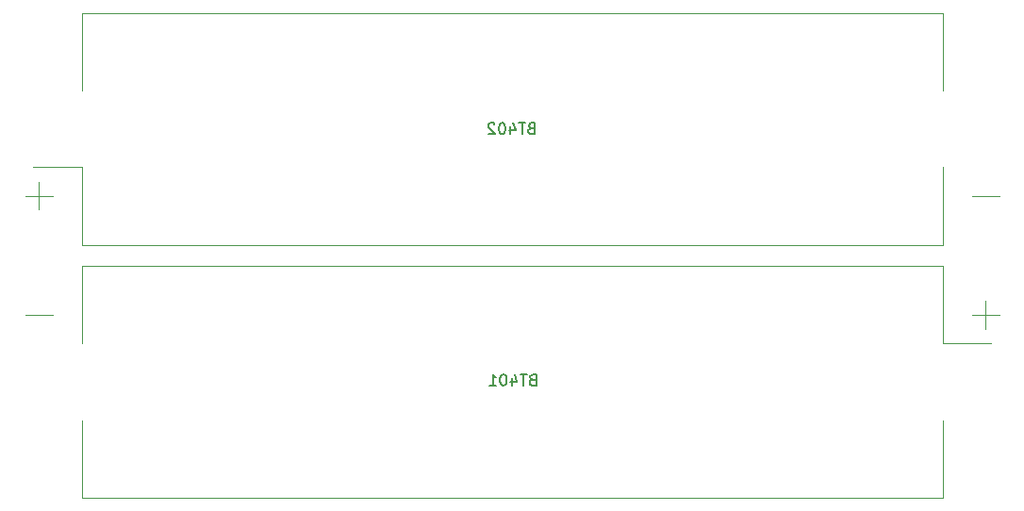
<source format=gbr>
G04 #@! TF.GenerationSoftware,KiCad,Pcbnew,(6.0.0)*
G04 #@! TF.CreationDate,2022-01-14T11:59:59-08:00*
G04 #@! TF.ProjectId,5V Buck Converter,35562042-7563-46b2-9043-6f6e76657274,rev?*
G04 #@! TF.SameCoordinates,Original*
G04 #@! TF.FileFunction,Legend,Bot*
G04 #@! TF.FilePolarity,Positive*
%FSLAX46Y46*%
G04 Gerber Fmt 4.6, Leading zero omitted, Abs format (unit mm)*
G04 Created by KiCad (PCBNEW (6.0.0)) date 2022-01-14 11:59:59*
%MOMM*%
%LPD*%
G01*
G04 APERTURE LIST*
%ADD10C,0.150000*%
%ADD11C,0.120000*%
G04 APERTURE END LIST*
D10*
X62647295Y-80573571D02*
X62504438Y-80621190D01*
X62456819Y-80668809D01*
X62409200Y-80764047D01*
X62409200Y-80906904D01*
X62456819Y-81002142D01*
X62504438Y-81049761D01*
X62599676Y-81097380D01*
X62980628Y-81097380D01*
X62980628Y-80097380D01*
X62647295Y-80097380D01*
X62552057Y-80145000D01*
X62504438Y-80192619D01*
X62456819Y-80287857D01*
X62456819Y-80383095D01*
X62504438Y-80478333D01*
X62552057Y-80525952D01*
X62647295Y-80573571D01*
X62980628Y-80573571D01*
X62123485Y-80097380D02*
X61552057Y-80097380D01*
X61837771Y-81097380D02*
X61837771Y-80097380D01*
X60790152Y-80430714D02*
X60790152Y-81097380D01*
X61028247Y-80049761D02*
X61266342Y-80764047D01*
X60647295Y-80764047D01*
X60075866Y-80097380D02*
X59980628Y-80097380D01*
X59885390Y-80145000D01*
X59837771Y-80192619D01*
X59790152Y-80287857D01*
X59742533Y-80478333D01*
X59742533Y-80716428D01*
X59790152Y-80906904D01*
X59837771Y-81002142D01*
X59885390Y-81049761D01*
X59980628Y-81097380D01*
X60075866Y-81097380D01*
X60171104Y-81049761D01*
X60218723Y-81002142D01*
X60266342Y-80906904D01*
X60313961Y-80716428D01*
X60313961Y-80478333D01*
X60266342Y-80287857D01*
X60218723Y-80192619D01*
X60171104Y-80145000D01*
X60075866Y-80097380D01*
X58790152Y-81097380D02*
X59361580Y-81097380D01*
X59075866Y-81097380D02*
X59075866Y-80097380D01*
X59171104Y-80240238D01*
X59266342Y-80335476D01*
X59361580Y-80383095D01*
X62520295Y-57992971D02*
X62377438Y-58040590D01*
X62329819Y-58088209D01*
X62282200Y-58183447D01*
X62282200Y-58326304D01*
X62329819Y-58421542D01*
X62377438Y-58469161D01*
X62472676Y-58516780D01*
X62853628Y-58516780D01*
X62853628Y-57516780D01*
X62520295Y-57516780D01*
X62425057Y-57564400D01*
X62377438Y-57612019D01*
X62329819Y-57707257D01*
X62329819Y-57802495D01*
X62377438Y-57897733D01*
X62425057Y-57945352D01*
X62520295Y-57992971D01*
X62853628Y-57992971D01*
X61996485Y-57516780D02*
X61425057Y-57516780D01*
X61710771Y-58516780D02*
X61710771Y-57516780D01*
X60663152Y-57850114D02*
X60663152Y-58516780D01*
X60901247Y-57469161D02*
X61139342Y-58183447D01*
X60520295Y-58183447D01*
X59948866Y-57516780D02*
X59853628Y-57516780D01*
X59758390Y-57564400D01*
X59710771Y-57612019D01*
X59663152Y-57707257D01*
X59615533Y-57897733D01*
X59615533Y-58135828D01*
X59663152Y-58326304D01*
X59710771Y-58421542D01*
X59758390Y-58469161D01*
X59853628Y-58516780D01*
X59948866Y-58516780D01*
X60044104Y-58469161D01*
X60091723Y-58421542D01*
X60139342Y-58326304D01*
X60186961Y-58135828D01*
X60186961Y-57897733D01*
X60139342Y-57707257D01*
X60091723Y-57612019D01*
X60044104Y-57564400D01*
X59948866Y-57516780D01*
X59234580Y-57612019D02*
X59186961Y-57564400D01*
X59091723Y-57516780D01*
X58853628Y-57516780D01*
X58758390Y-57564400D01*
X58710771Y-57612019D01*
X58663152Y-57707257D01*
X58663152Y-57802495D01*
X58710771Y-57945352D01*
X59282200Y-58516780D01*
X58663152Y-58516780D01*
D11*
X17083000Y-74772000D02*
X19583000Y-74772000D01*
X22193000Y-91212000D02*
X99473000Y-91212000D01*
X22193000Y-84212000D02*
X22193000Y-91212000D01*
X104583000Y-74772000D02*
X102083000Y-74772000D01*
X99473000Y-91212000D02*
X99473000Y-84212000D01*
X103333000Y-76022000D02*
X103333000Y-73522000D01*
X22193000Y-70332000D02*
X99473000Y-70332000D01*
X22193000Y-77332000D02*
X22193000Y-70352000D01*
X99473000Y-70332000D02*
X99473000Y-77332000D01*
X99473000Y-77332000D02*
X103833000Y-77332000D01*
X104583000Y-64062000D02*
X102083000Y-64062000D01*
X18333000Y-62812000D02*
X18333000Y-65312000D01*
X22193000Y-68502000D02*
X22193000Y-61502000D01*
X99473000Y-47622000D02*
X22193000Y-47622000D01*
X99473000Y-68502000D02*
X22193000Y-68502000D01*
X99473000Y-54622000D02*
X99473000Y-47622000D01*
X99473000Y-61502000D02*
X99473000Y-68482000D01*
X17083000Y-64062000D02*
X19583000Y-64062000D01*
X22193000Y-47622000D02*
X22193000Y-54622000D01*
X22193000Y-61502000D02*
X17833000Y-61502000D01*
M02*

</source>
